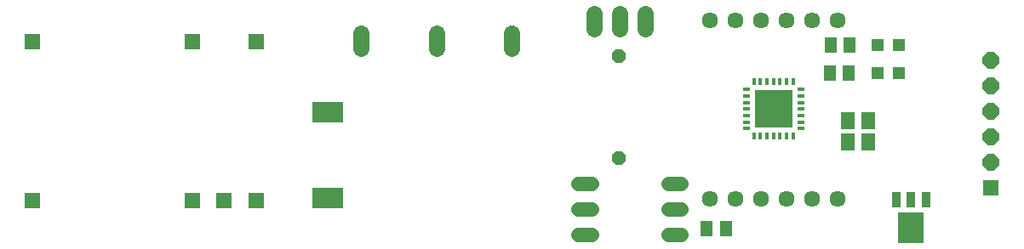
<source format=gts>
G75*
G70*
%OFA0B0*%
%FSLAX24Y24*%
%IPPOS*%
%LPD*%
%AMOC8*
5,1,8,0,0,1.08239X$1,22.5*
%
%ADD10R,0.0143X0.0279*%
%ADD11R,0.0279X0.0143*%
%ADD12R,0.0143X0.0279*%
%ADD13R,0.1464X0.1464*%
%ADD14C,0.0634*%
%ADD15C,0.0560*%
%ADD16R,0.0512X0.0631*%
%ADD17R,0.0552X0.0670*%
%ADD18R,0.0355X0.0631*%
%ADD19R,0.1024X0.1221*%
%ADD20R,0.0640X0.0640*%
%ADD21OC8,0.0640*%
%ADD22C,0.0640*%
%ADD23OC8,0.0560*%
%ADD24R,0.1221X0.0827*%
%ADD25C,0.0634*%
%ADD26R,0.0634X0.0634*%
%ADD27R,0.0512X0.0512*%
D10*
X029208Y007811D03*
X029463Y007811D03*
X029719Y007811D03*
X029975Y007811D03*
X030231Y007811D03*
X030487Y007811D03*
X030743Y007811D03*
D11*
X031039Y007515D03*
X031039Y007260D03*
X031039Y007004D03*
X031039Y006748D03*
X031039Y006492D03*
X031039Y006236D03*
X031039Y005980D03*
X028912Y005980D03*
X028912Y006236D03*
X028912Y006492D03*
X028912Y006748D03*
X028912Y007004D03*
X028912Y007260D03*
X028912Y007515D03*
D12*
X029208Y005684D03*
X029463Y005684D03*
X029719Y005684D03*
X029975Y005684D03*
X030231Y005684D03*
X030487Y005684D03*
X030743Y005684D03*
D13*
X029975Y006748D03*
D14*
X029494Y010215D03*
X030494Y010215D03*
X031494Y010215D03*
X032494Y010215D03*
X028494Y010215D03*
X027494Y010215D03*
X027494Y003215D03*
X028494Y003215D03*
X029494Y003215D03*
X030494Y003215D03*
X031494Y003215D03*
X032494Y003215D03*
D15*
X026367Y002824D02*
X025847Y002824D01*
X025847Y003824D02*
X026367Y003824D01*
X022847Y003824D02*
X022327Y003824D01*
X022327Y002824D02*
X022847Y002824D01*
X022847Y001824D02*
X022327Y001824D01*
X025847Y001824D02*
X026367Y001824D01*
D16*
X027363Y002038D03*
X028113Y002038D03*
X032171Y008138D03*
X032921Y008138D03*
X032951Y009248D03*
X032201Y009248D03*
D17*
X032883Y006289D03*
X033670Y006289D03*
X033670Y005456D03*
X032883Y005456D03*
D18*
X034772Y003201D03*
X035362Y003201D03*
X035953Y003201D03*
D19*
X035362Y002098D03*
D20*
X038485Y003646D03*
D21*
X038485Y004646D03*
X038485Y005646D03*
X038485Y006646D03*
X038485Y007646D03*
X038485Y008646D03*
D22*
X024966Y009888D02*
X024966Y010488D01*
X023966Y010488D02*
X023966Y009888D01*
X022966Y009888D02*
X022966Y010488D01*
D23*
X023906Y008818D03*
X023906Y004818D03*
D24*
X012506Y003265D03*
X012506Y006612D03*
D25*
X013826Y009131D02*
X013826Y009725D01*
X016779Y009725D02*
X016779Y009131D01*
X019732Y009131D02*
X019732Y009725D01*
D26*
X000956Y003148D03*
X007206Y003148D03*
X008456Y003148D03*
X009706Y003148D03*
X009706Y009398D03*
X007206Y009398D03*
X000956Y009398D03*
D27*
X034053Y009248D03*
X034880Y009248D03*
X034880Y008168D03*
X034053Y008168D03*
M02*

</source>
